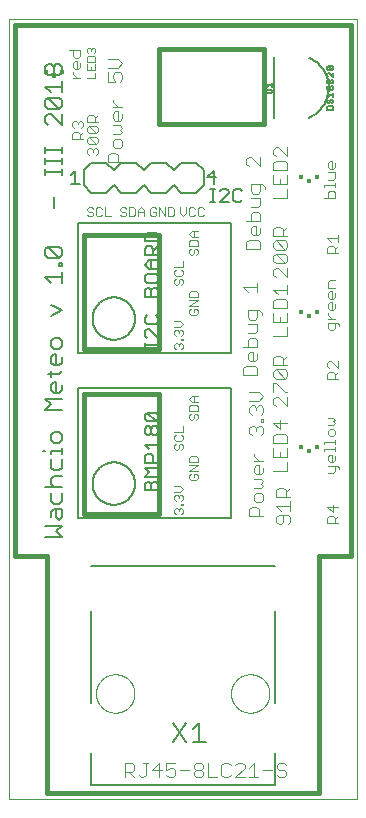
<source format=gto>
G75*
%MOIN*%
%OFA0B0*%
%FSLAX25Y25*%
%IPPOS*%
%LPD*%
%AMOC8*
5,1,8,0,0,1.08239X$1,22.5*
%
%ADD10C,0.00000*%
%ADD11C,0.01600*%
%ADD12C,0.00400*%
%ADD13C,0.00500*%
%ADD14C,0.00300*%
%ADD15C,0.00600*%
%ADD16C,0.00800*%
%ADD17C,0.00700*%
%ADD18R,0.01280X0.01673*%
%ADD19R,0.01378X0.01378*%
%ADD20C,0.00200*%
D10*
X0001000Y0001000D02*
X0117142Y0001000D01*
X0117142Y0260843D01*
X0001000Y0260843D01*
X0001000Y0001000D01*
X0030100Y0036000D02*
X0030102Y0036160D01*
X0030108Y0036319D01*
X0030118Y0036478D01*
X0030132Y0036637D01*
X0030150Y0036796D01*
X0030171Y0036954D01*
X0030197Y0037111D01*
X0030227Y0037268D01*
X0030260Y0037424D01*
X0030298Y0037579D01*
X0030339Y0037733D01*
X0030384Y0037886D01*
X0030433Y0038038D01*
X0030486Y0038189D01*
X0030542Y0038338D01*
X0030603Y0038486D01*
X0030666Y0038632D01*
X0030734Y0038777D01*
X0030805Y0038920D01*
X0030879Y0039061D01*
X0030957Y0039200D01*
X0031039Y0039337D01*
X0031124Y0039472D01*
X0031212Y0039605D01*
X0031304Y0039736D01*
X0031398Y0039864D01*
X0031496Y0039990D01*
X0031597Y0040114D01*
X0031701Y0040235D01*
X0031808Y0040353D01*
X0031918Y0040469D01*
X0032031Y0040582D01*
X0032147Y0040692D01*
X0032265Y0040799D01*
X0032386Y0040903D01*
X0032510Y0041004D01*
X0032636Y0041102D01*
X0032764Y0041196D01*
X0032895Y0041288D01*
X0033028Y0041376D01*
X0033163Y0041461D01*
X0033300Y0041543D01*
X0033439Y0041621D01*
X0033580Y0041695D01*
X0033723Y0041766D01*
X0033868Y0041834D01*
X0034014Y0041897D01*
X0034162Y0041958D01*
X0034311Y0042014D01*
X0034462Y0042067D01*
X0034614Y0042116D01*
X0034767Y0042161D01*
X0034921Y0042202D01*
X0035076Y0042240D01*
X0035232Y0042273D01*
X0035389Y0042303D01*
X0035546Y0042329D01*
X0035704Y0042350D01*
X0035863Y0042368D01*
X0036022Y0042382D01*
X0036181Y0042392D01*
X0036340Y0042398D01*
X0036500Y0042400D01*
X0036660Y0042398D01*
X0036819Y0042392D01*
X0036978Y0042382D01*
X0037137Y0042368D01*
X0037296Y0042350D01*
X0037454Y0042329D01*
X0037611Y0042303D01*
X0037768Y0042273D01*
X0037924Y0042240D01*
X0038079Y0042202D01*
X0038233Y0042161D01*
X0038386Y0042116D01*
X0038538Y0042067D01*
X0038689Y0042014D01*
X0038838Y0041958D01*
X0038986Y0041897D01*
X0039132Y0041834D01*
X0039277Y0041766D01*
X0039420Y0041695D01*
X0039561Y0041621D01*
X0039700Y0041543D01*
X0039837Y0041461D01*
X0039972Y0041376D01*
X0040105Y0041288D01*
X0040236Y0041196D01*
X0040364Y0041102D01*
X0040490Y0041004D01*
X0040614Y0040903D01*
X0040735Y0040799D01*
X0040853Y0040692D01*
X0040969Y0040582D01*
X0041082Y0040469D01*
X0041192Y0040353D01*
X0041299Y0040235D01*
X0041403Y0040114D01*
X0041504Y0039990D01*
X0041602Y0039864D01*
X0041696Y0039736D01*
X0041788Y0039605D01*
X0041876Y0039472D01*
X0041961Y0039337D01*
X0042043Y0039200D01*
X0042121Y0039061D01*
X0042195Y0038920D01*
X0042266Y0038777D01*
X0042334Y0038632D01*
X0042397Y0038486D01*
X0042458Y0038338D01*
X0042514Y0038189D01*
X0042567Y0038038D01*
X0042616Y0037886D01*
X0042661Y0037733D01*
X0042702Y0037579D01*
X0042740Y0037424D01*
X0042773Y0037268D01*
X0042803Y0037111D01*
X0042829Y0036954D01*
X0042850Y0036796D01*
X0042868Y0036637D01*
X0042882Y0036478D01*
X0042892Y0036319D01*
X0042898Y0036160D01*
X0042900Y0036000D01*
X0042898Y0035840D01*
X0042892Y0035681D01*
X0042882Y0035522D01*
X0042868Y0035363D01*
X0042850Y0035204D01*
X0042829Y0035046D01*
X0042803Y0034889D01*
X0042773Y0034732D01*
X0042740Y0034576D01*
X0042702Y0034421D01*
X0042661Y0034267D01*
X0042616Y0034114D01*
X0042567Y0033962D01*
X0042514Y0033811D01*
X0042458Y0033662D01*
X0042397Y0033514D01*
X0042334Y0033368D01*
X0042266Y0033223D01*
X0042195Y0033080D01*
X0042121Y0032939D01*
X0042043Y0032800D01*
X0041961Y0032663D01*
X0041876Y0032528D01*
X0041788Y0032395D01*
X0041696Y0032264D01*
X0041602Y0032136D01*
X0041504Y0032010D01*
X0041403Y0031886D01*
X0041299Y0031765D01*
X0041192Y0031647D01*
X0041082Y0031531D01*
X0040969Y0031418D01*
X0040853Y0031308D01*
X0040735Y0031201D01*
X0040614Y0031097D01*
X0040490Y0030996D01*
X0040364Y0030898D01*
X0040236Y0030804D01*
X0040105Y0030712D01*
X0039972Y0030624D01*
X0039837Y0030539D01*
X0039700Y0030457D01*
X0039561Y0030379D01*
X0039420Y0030305D01*
X0039277Y0030234D01*
X0039132Y0030166D01*
X0038986Y0030103D01*
X0038838Y0030042D01*
X0038689Y0029986D01*
X0038538Y0029933D01*
X0038386Y0029884D01*
X0038233Y0029839D01*
X0038079Y0029798D01*
X0037924Y0029760D01*
X0037768Y0029727D01*
X0037611Y0029697D01*
X0037454Y0029671D01*
X0037296Y0029650D01*
X0037137Y0029632D01*
X0036978Y0029618D01*
X0036819Y0029608D01*
X0036660Y0029602D01*
X0036500Y0029600D01*
X0036340Y0029602D01*
X0036181Y0029608D01*
X0036022Y0029618D01*
X0035863Y0029632D01*
X0035704Y0029650D01*
X0035546Y0029671D01*
X0035389Y0029697D01*
X0035232Y0029727D01*
X0035076Y0029760D01*
X0034921Y0029798D01*
X0034767Y0029839D01*
X0034614Y0029884D01*
X0034462Y0029933D01*
X0034311Y0029986D01*
X0034162Y0030042D01*
X0034014Y0030103D01*
X0033868Y0030166D01*
X0033723Y0030234D01*
X0033580Y0030305D01*
X0033439Y0030379D01*
X0033300Y0030457D01*
X0033163Y0030539D01*
X0033028Y0030624D01*
X0032895Y0030712D01*
X0032764Y0030804D01*
X0032636Y0030898D01*
X0032510Y0030996D01*
X0032386Y0031097D01*
X0032265Y0031201D01*
X0032147Y0031308D01*
X0032031Y0031418D01*
X0031918Y0031531D01*
X0031808Y0031647D01*
X0031701Y0031765D01*
X0031597Y0031886D01*
X0031496Y0032010D01*
X0031398Y0032136D01*
X0031304Y0032264D01*
X0031212Y0032395D01*
X0031124Y0032528D01*
X0031039Y0032663D01*
X0030957Y0032800D01*
X0030879Y0032939D01*
X0030805Y0033080D01*
X0030734Y0033223D01*
X0030666Y0033368D01*
X0030603Y0033514D01*
X0030542Y0033662D01*
X0030486Y0033811D01*
X0030433Y0033962D01*
X0030384Y0034114D01*
X0030339Y0034267D01*
X0030298Y0034421D01*
X0030260Y0034576D01*
X0030227Y0034732D01*
X0030197Y0034889D01*
X0030171Y0035046D01*
X0030150Y0035204D01*
X0030132Y0035363D01*
X0030118Y0035522D01*
X0030108Y0035681D01*
X0030102Y0035840D01*
X0030100Y0036000D01*
X0075100Y0036000D02*
X0075102Y0036160D01*
X0075108Y0036319D01*
X0075118Y0036478D01*
X0075132Y0036637D01*
X0075150Y0036796D01*
X0075171Y0036954D01*
X0075197Y0037111D01*
X0075227Y0037268D01*
X0075260Y0037424D01*
X0075298Y0037579D01*
X0075339Y0037733D01*
X0075384Y0037886D01*
X0075433Y0038038D01*
X0075486Y0038189D01*
X0075542Y0038338D01*
X0075603Y0038486D01*
X0075666Y0038632D01*
X0075734Y0038777D01*
X0075805Y0038920D01*
X0075879Y0039061D01*
X0075957Y0039200D01*
X0076039Y0039337D01*
X0076124Y0039472D01*
X0076212Y0039605D01*
X0076304Y0039736D01*
X0076398Y0039864D01*
X0076496Y0039990D01*
X0076597Y0040114D01*
X0076701Y0040235D01*
X0076808Y0040353D01*
X0076918Y0040469D01*
X0077031Y0040582D01*
X0077147Y0040692D01*
X0077265Y0040799D01*
X0077386Y0040903D01*
X0077510Y0041004D01*
X0077636Y0041102D01*
X0077764Y0041196D01*
X0077895Y0041288D01*
X0078028Y0041376D01*
X0078163Y0041461D01*
X0078300Y0041543D01*
X0078439Y0041621D01*
X0078580Y0041695D01*
X0078723Y0041766D01*
X0078868Y0041834D01*
X0079014Y0041897D01*
X0079162Y0041958D01*
X0079311Y0042014D01*
X0079462Y0042067D01*
X0079614Y0042116D01*
X0079767Y0042161D01*
X0079921Y0042202D01*
X0080076Y0042240D01*
X0080232Y0042273D01*
X0080389Y0042303D01*
X0080546Y0042329D01*
X0080704Y0042350D01*
X0080863Y0042368D01*
X0081022Y0042382D01*
X0081181Y0042392D01*
X0081340Y0042398D01*
X0081500Y0042400D01*
X0081660Y0042398D01*
X0081819Y0042392D01*
X0081978Y0042382D01*
X0082137Y0042368D01*
X0082296Y0042350D01*
X0082454Y0042329D01*
X0082611Y0042303D01*
X0082768Y0042273D01*
X0082924Y0042240D01*
X0083079Y0042202D01*
X0083233Y0042161D01*
X0083386Y0042116D01*
X0083538Y0042067D01*
X0083689Y0042014D01*
X0083838Y0041958D01*
X0083986Y0041897D01*
X0084132Y0041834D01*
X0084277Y0041766D01*
X0084420Y0041695D01*
X0084561Y0041621D01*
X0084700Y0041543D01*
X0084837Y0041461D01*
X0084972Y0041376D01*
X0085105Y0041288D01*
X0085236Y0041196D01*
X0085364Y0041102D01*
X0085490Y0041004D01*
X0085614Y0040903D01*
X0085735Y0040799D01*
X0085853Y0040692D01*
X0085969Y0040582D01*
X0086082Y0040469D01*
X0086192Y0040353D01*
X0086299Y0040235D01*
X0086403Y0040114D01*
X0086504Y0039990D01*
X0086602Y0039864D01*
X0086696Y0039736D01*
X0086788Y0039605D01*
X0086876Y0039472D01*
X0086961Y0039337D01*
X0087043Y0039200D01*
X0087121Y0039061D01*
X0087195Y0038920D01*
X0087266Y0038777D01*
X0087334Y0038632D01*
X0087397Y0038486D01*
X0087458Y0038338D01*
X0087514Y0038189D01*
X0087567Y0038038D01*
X0087616Y0037886D01*
X0087661Y0037733D01*
X0087702Y0037579D01*
X0087740Y0037424D01*
X0087773Y0037268D01*
X0087803Y0037111D01*
X0087829Y0036954D01*
X0087850Y0036796D01*
X0087868Y0036637D01*
X0087882Y0036478D01*
X0087892Y0036319D01*
X0087898Y0036160D01*
X0087900Y0036000D01*
X0087898Y0035840D01*
X0087892Y0035681D01*
X0087882Y0035522D01*
X0087868Y0035363D01*
X0087850Y0035204D01*
X0087829Y0035046D01*
X0087803Y0034889D01*
X0087773Y0034732D01*
X0087740Y0034576D01*
X0087702Y0034421D01*
X0087661Y0034267D01*
X0087616Y0034114D01*
X0087567Y0033962D01*
X0087514Y0033811D01*
X0087458Y0033662D01*
X0087397Y0033514D01*
X0087334Y0033368D01*
X0087266Y0033223D01*
X0087195Y0033080D01*
X0087121Y0032939D01*
X0087043Y0032800D01*
X0086961Y0032663D01*
X0086876Y0032528D01*
X0086788Y0032395D01*
X0086696Y0032264D01*
X0086602Y0032136D01*
X0086504Y0032010D01*
X0086403Y0031886D01*
X0086299Y0031765D01*
X0086192Y0031647D01*
X0086082Y0031531D01*
X0085969Y0031418D01*
X0085853Y0031308D01*
X0085735Y0031201D01*
X0085614Y0031097D01*
X0085490Y0030996D01*
X0085364Y0030898D01*
X0085236Y0030804D01*
X0085105Y0030712D01*
X0084972Y0030624D01*
X0084837Y0030539D01*
X0084700Y0030457D01*
X0084561Y0030379D01*
X0084420Y0030305D01*
X0084277Y0030234D01*
X0084132Y0030166D01*
X0083986Y0030103D01*
X0083838Y0030042D01*
X0083689Y0029986D01*
X0083538Y0029933D01*
X0083386Y0029884D01*
X0083233Y0029839D01*
X0083079Y0029798D01*
X0082924Y0029760D01*
X0082768Y0029727D01*
X0082611Y0029697D01*
X0082454Y0029671D01*
X0082296Y0029650D01*
X0082137Y0029632D01*
X0081978Y0029618D01*
X0081819Y0029608D01*
X0081660Y0029602D01*
X0081500Y0029600D01*
X0081340Y0029602D01*
X0081181Y0029608D01*
X0081022Y0029618D01*
X0080863Y0029632D01*
X0080704Y0029650D01*
X0080546Y0029671D01*
X0080389Y0029697D01*
X0080232Y0029727D01*
X0080076Y0029760D01*
X0079921Y0029798D01*
X0079767Y0029839D01*
X0079614Y0029884D01*
X0079462Y0029933D01*
X0079311Y0029986D01*
X0079162Y0030042D01*
X0079014Y0030103D01*
X0078868Y0030166D01*
X0078723Y0030234D01*
X0078580Y0030305D01*
X0078439Y0030379D01*
X0078300Y0030457D01*
X0078163Y0030539D01*
X0078028Y0030624D01*
X0077895Y0030712D01*
X0077764Y0030804D01*
X0077636Y0030898D01*
X0077510Y0030996D01*
X0077386Y0031097D01*
X0077265Y0031201D01*
X0077147Y0031308D01*
X0077031Y0031418D01*
X0076918Y0031531D01*
X0076808Y0031647D01*
X0076701Y0031765D01*
X0076597Y0031886D01*
X0076496Y0032010D01*
X0076398Y0032136D01*
X0076304Y0032264D01*
X0076212Y0032395D01*
X0076124Y0032528D01*
X0076039Y0032663D01*
X0075957Y0032800D01*
X0075879Y0032939D01*
X0075805Y0033080D01*
X0075734Y0033223D01*
X0075666Y0033368D01*
X0075603Y0033514D01*
X0075542Y0033662D01*
X0075486Y0033811D01*
X0075433Y0033962D01*
X0075384Y0034114D01*
X0075339Y0034267D01*
X0075298Y0034421D01*
X0075260Y0034576D01*
X0075227Y0034732D01*
X0075197Y0034889D01*
X0075171Y0035046D01*
X0075150Y0035204D01*
X0075132Y0035363D01*
X0075118Y0035522D01*
X0075108Y0035681D01*
X0075102Y0035840D01*
X0075100Y0036000D01*
D11*
X0051000Y0096000D02*
X0026000Y0096000D01*
X0026000Y0136000D01*
X0051000Y0136000D01*
X0051000Y0096000D01*
X0051000Y0151000D02*
X0026000Y0151000D01*
X0026000Y0189000D01*
X0051000Y0189000D01*
X0051000Y0151000D01*
X0051000Y0226000D02*
X0086000Y0226000D01*
X0086000Y0251000D01*
X0051000Y0251000D01*
X0051000Y0226000D01*
X0002969Y0258874D02*
X0002969Y0081709D01*
X0013780Y0081709D01*
X0013780Y0002969D01*
X0104362Y0002969D01*
X0104362Y0081709D01*
X0115173Y0081709D01*
X0115173Y0258874D01*
X0002969Y0258874D01*
D12*
X0034196Y0247665D02*
X0037265Y0247665D01*
X0038800Y0246131D01*
X0037265Y0244596D01*
X0034196Y0244596D01*
X0034196Y0243061D02*
X0034196Y0239992D01*
X0036498Y0239992D01*
X0035731Y0241527D01*
X0035731Y0242294D01*
X0036498Y0243061D01*
X0038033Y0243061D01*
X0038800Y0242294D01*
X0038800Y0240759D01*
X0038033Y0239992D01*
X0035731Y0233854D02*
X0035731Y0233086D01*
X0037265Y0231552D01*
X0035731Y0231552D02*
X0038800Y0231552D01*
X0037265Y0230017D02*
X0037265Y0226948D01*
X0036498Y0226948D02*
X0035731Y0227715D01*
X0035731Y0229250D01*
X0036498Y0230017D01*
X0037265Y0230017D01*
X0038800Y0229250D02*
X0038800Y0227715D01*
X0038033Y0226948D01*
X0036498Y0226948D01*
X0035731Y0225413D02*
X0038033Y0225413D01*
X0038800Y0224646D01*
X0038033Y0223878D01*
X0038800Y0223111D01*
X0038033Y0222344D01*
X0035731Y0222344D01*
X0036498Y0220809D02*
X0035731Y0220042D01*
X0035731Y0218507D01*
X0036498Y0217740D01*
X0038033Y0217740D01*
X0038800Y0218507D01*
X0038800Y0220042D01*
X0038033Y0220809D01*
X0036498Y0220809D01*
X0036498Y0216205D02*
X0034963Y0216205D01*
X0034196Y0215438D01*
X0034196Y0213136D01*
X0038800Y0213136D01*
X0037265Y0213136D02*
X0037265Y0215438D01*
X0036498Y0216205D01*
X0080196Y0214126D02*
X0080196Y0212591D01*
X0080963Y0211824D01*
X0080196Y0214126D02*
X0080963Y0214893D01*
X0081731Y0214893D01*
X0084800Y0211824D01*
X0084800Y0214893D01*
X0089196Y0215779D02*
X0089963Y0215012D01*
X0089196Y0215779D02*
X0089196Y0217314D01*
X0089963Y0218081D01*
X0090731Y0218081D01*
X0093800Y0215012D01*
X0093800Y0218081D01*
X0093033Y0213477D02*
X0089963Y0213477D01*
X0089196Y0212710D01*
X0089196Y0210408D01*
X0093800Y0210408D01*
X0093800Y0212710D01*
X0093033Y0213477D01*
X0093800Y0208873D02*
X0093800Y0205804D01*
X0089196Y0205804D01*
X0089196Y0208873D01*
X0091498Y0207339D02*
X0091498Y0205804D01*
X0093800Y0204269D02*
X0093800Y0201200D01*
X0089196Y0201200D01*
X0086335Y0204150D02*
X0086335Y0204918D01*
X0085567Y0205685D01*
X0081731Y0205685D01*
X0081731Y0203383D01*
X0082498Y0202616D01*
X0084033Y0202616D01*
X0084800Y0203383D01*
X0084800Y0205685D01*
X0084800Y0201081D02*
X0081731Y0201081D01*
X0081731Y0198012D02*
X0084033Y0198012D01*
X0084800Y0198779D01*
X0084800Y0201081D01*
X0084033Y0196477D02*
X0082498Y0196477D01*
X0081731Y0195710D01*
X0081731Y0193408D01*
X0082498Y0191873D02*
X0083265Y0191873D01*
X0083265Y0188804D01*
X0082498Y0188804D02*
X0081731Y0189571D01*
X0081731Y0191106D01*
X0082498Y0191873D01*
X0082498Y0188804D02*
X0084033Y0188804D01*
X0084800Y0189571D01*
X0084800Y0191106D01*
X0084800Y0193408D02*
X0084800Y0195710D01*
X0084033Y0196477D01*
X0084800Y0193408D02*
X0080196Y0193408D01*
X0080963Y0187269D02*
X0080196Y0186502D01*
X0080196Y0184200D01*
X0084800Y0184200D01*
X0084800Y0186502D01*
X0084033Y0187269D01*
X0080963Y0187269D01*
X0083800Y0172893D02*
X0083800Y0169824D01*
X0083800Y0171358D02*
X0079196Y0171358D01*
X0080731Y0169824D01*
X0080731Y0163685D02*
X0080731Y0161383D01*
X0081498Y0160616D01*
X0083033Y0160616D01*
X0083800Y0161383D01*
X0083800Y0163685D01*
X0084567Y0163685D02*
X0080731Y0163685D01*
X0080731Y0159081D02*
X0083800Y0159081D01*
X0083800Y0156779D01*
X0083033Y0156012D01*
X0080731Y0156012D01*
X0081498Y0154477D02*
X0080731Y0153710D01*
X0080731Y0151408D01*
X0079196Y0151408D02*
X0083800Y0151408D01*
X0083800Y0153710D01*
X0083033Y0154477D01*
X0081498Y0154477D01*
X0081498Y0149873D02*
X0082265Y0149873D01*
X0082265Y0146804D01*
X0081498Y0146804D02*
X0080731Y0147571D01*
X0080731Y0149106D01*
X0081498Y0149873D01*
X0081498Y0146804D02*
X0083033Y0146804D01*
X0083800Y0147571D01*
X0083800Y0149106D01*
X0083033Y0145269D02*
X0079963Y0145269D01*
X0079196Y0144502D01*
X0079196Y0142200D01*
X0083800Y0142200D01*
X0083800Y0144502D01*
X0083033Y0145269D01*
X0084265Y0136635D02*
X0081196Y0136635D01*
X0081196Y0133566D02*
X0084265Y0133566D01*
X0085800Y0135101D01*
X0084265Y0136635D01*
X0084265Y0132031D02*
X0083498Y0131264D01*
X0083498Y0130497D01*
X0083498Y0131264D02*
X0082731Y0132031D01*
X0081963Y0132031D01*
X0081196Y0131264D01*
X0081196Y0129729D01*
X0081963Y0128962D01*
X0085033Y0128962D02*
X0085800Y0129729D01*
X0085800Y0131264D01*
X0085033Y0132031D01*
X0084265Y0132031D01*
X0085033Y0127427D02*
X0085800Y0127427D01*
X0085800Y0126660D01*
X0085033Y0126660D01*
X0085033Y0127427D01*
X0085033Y0125126D02*
X0085800Y0124358D01*
X0085800Y0122824D01*
X0085033Y0122056D01*
X0083498Y0123591D02*
X0083498Y0124358D01*
X0084265Y0125126D01*
X0085033Y0125126D01*
X0083498Y0124358D02*
X0082731Y0125126D01*
X0081963Y0125126D01*
X0081196Y0124358D01*
X0081196Y0122824D01*
X0081963Y0122056D01*
X0082731Y0115918D02*
X0082731Y0115150D01*
X0084265Y0113616D01*
X0082731Y0113616D02*
X0085800Y0113616D01*
X0084265Y0112081D02*
X0084265Y0109012D01*
X0083498Y0109012D02*
X0085033Y0109012D01*
X0085800Y0109779D01*
X0085800Y0111314D01*
X0084265Y0112081D02*
X0083498Y0112081D01*
X0082731Y0111314D01*
X0082731Y0109779D01*
X0083498Y0109012D01*
X0082731Y0107477D02*
X0085033Y0107477D01*
X0085800Y0106710D01*
X0085033Y0105942D01*
X0085800Y0105175D01*
X0085033Y0104408D01*
X0082731Y0104408D01*
X0083498Y0102873D02*
X0082731Y0102106D01*
X0082731Y0100571D01*
X0083498Y0099804D01*
X0085033Y0099804D01*
X0085800Y0100571D01*
X0085800Y0102106D01*
X0085033Y0102873D01*
X0083498Y0102873D01*
X0083498Y0098269D02*
X0081963Y0098269D01*
X0081196Y0097502D01*
X0081196Y0095200D01*
X0085800Y0095200D01*
X0084265Y0095200D02*
X0084265Y0097502D01*
X0083498Y0098269D01*
X0089196Y0110200D02*
X0093800Y0110200D01*
X0093800Y0113269D01*
X0093800Y0114804D02*
X0093800Y0117873D01*
X0093800Y0119408D02*
X0093800Y0121710D01*
X0093033Y0122477D01*
X0089963Y0122477D01*
X0089196Y0121710D01*
X0089196Y0119408D01*
X0093800Y0119408D01*
X0091498Y0116339D02*
X0091498Y0114804D01*
X0089196Y0114804D02*
X0089196Y0117873D01*
X0089196Y0114804D02*
X0093800Y0114804D01*
X0091498Y0124012D02*
X0091498Y0127081D01*
X0089196Y0126314D02*
X0091498Y0124012D01*
X0093800Y0126314D02*
X0089196Y0126314D01*
X0089963Y0131784D02*
X0089196Y0132552D01*
X0089196Y0134086D01*
X0089963Y0134854D01*
X0090731Y0134854D01*
X0093800Y0131784D01*
X0093800Y0134854D01*
X0093800Y0136388D02*
X0093033Y0136388D01*
X0089963Y0139457D01*
X0089196Y0139457D01*
X0089196Y0136388D01*
X0089963Y0140992D02*
X0089196Y0141759D01*
X0089196Y0143294D01*
X0089963Y0144061D01*
X0093033Y0140992D01*
X0093800Y0141759D01*
X0093800Y0143294D01*
X0093033Y0144061D01*
X0089963Y0144061D01*
X0089196Y0145596D02*
X0089196Y0147898D01*
X0089963Y0148665D01*
X0091498Y0148665D01*
X0092265Y0147898D01*
X0092265Y0145596D01*
X0092265Y0147131D02*
X0093800Y0148665D01*
X0093800Y0145596D02*
X0089196Y0145596D01*
X0089963Y0140992D02*
X0093033Y0140992D01*
X0093800Y0155200D02*
X0089196Y0155200D01*
X0089196Y0159804D02*
X0093800Y0159804D01*
X0093800Y0162873D01*
X0093800Y0164408D02*
X0093800Y0166710D01*
X0093033Y0167477D01*
X0089963Y0167477D01*
X0089196Y0166710D01*
X0089196Y0164408D01*
X0093800Y0164408D01*
X0091498Y0161339D02*
X0091498Y0159804D01*
X0089196Y0159804D02*
X0089196Y0162873D01*
X0090731Y0169012D02*
X0089196Y0170546D01*
X0093800Y0170546D01*
X0093800Y0169012D02*
X0093800Y0172081D01*
X0093800Y0174784D02*
X0090731Y0177854D01*
X0089963Y0177854D01*
X0089196Y0177086D01*
X0089196Y0175552D01*
X0089963Y0174784D01*
X0089963Y0179388D02*
X0089196Y0180155D01*
X0089196Y0181690D01*
X0089963Y0182457D01*
X0093033Y0179388D01*
X0093800Y0180155D01*
X0093800Y0181690D01*
X0093033Y0182457D01*
X0089963Y0182457D01*
X0089963Y0183992D02*
X0089196Y0184759D01*
X0089196Y0186294D01*
X0089963Y0187061D01*
X0093033Y0183992D01*
X0093800Y0184759D01*
X0093800Y0186294D01*
X0093033Y0187061D01*
X0089963Y0187061D01*
X0089196Y0188596D02*
X0089196Y0190898D01*
X0089963Y0191665D01*
X0091498Y0191665D01*
X0092265Y0190898D01*
X0092265Y0188596D01*
X0092265Y0190131D02*
X0093800Y0191665D01*
X0093800Y0188596D02*
X0089196Y0188596D01*
X0089963Y0183992D02*
X0093033Y0183992D01*
X0093033Y0179388D02*
X0089963Y0179388D01*
X0093800Y0177854D02*
X0093800Y0174784D01*
X0093800Y0158269D02*
X0093800Y0155200D01*
X0085335Y0162150D02*
X0085335Y0162918D01*
X0084567Y0163685D01*
X0090963Y0104665D02*
X0092498Y0104665D01*
X0093265Y0103898D01*
X0093265Y0101596D01*
X0093265Y0103131D02*
X0094800Y0104665D01*
X0094800Y0101596D02*
X0090196Y0101596D01*
X0090196Y0103898D01*
X0090963Y0104665D01*
X0090196Y0098527D02*
X0094800Y0098527D01*
X0094800Y0100061D02*
X0094800Y0096992D01*
X0094033Y0095457D02*
X0090963Y0095457D01*
X0090196Y0094690D01*
X0090196Y0093156D01*
X0090963Y0092388D01*
X0091731Y0092388D01*
X0092498Y0093156D01*
X0092498Y0095457D01*
X0094033Y0095457D02*
X0094800Y0094690D01*
X0094800Y0093156D01*
X0094033Y0092388D01*
X0091731Y0096992D02*
X0090196Y0098527D01*
X0091110Y0012804D02*
X0090343Y0012037D01*
X0090343Y0011269D01*
X0091110Y0010502D01*
X0092645Y0010502D01*
X0093412Y0009735D01*
X0093412Y0008967D01*
X0092645Y0008200D01*
X0091110Y0008200D01*
X0090343Y0008967D01*
X0088809Y0010502D02*
X0085739Y0010502D01*
X0084205Y0008200D02*
X0081135Y0008200D01*
X0079601Y0008200D02*
X0076531Y0008200D01*
X0079601Y0011269D01*
X0079601Y0012037D01*
X0078833Y0012804D01*
X0077299Y0012804D01*
X0076531Y0012037D01*
X0074997Y0012037D02*
X0074229Y0012804D01*
X0072695Y0012804D01*
X0071927Y0012037D01*
X0071927Y0008967D01*
X0072695Y0008200D01*
X0074229Y0008200D01*
X0074997Y0008967D01*
X0070393Y0008200D02*
X0067324Y0008200D01*
X0067324Y0012804D01*
X0065789Y0012037D02*
X0065789Y0011269D01*
X0065022Y0010502D01*
X0063487Y0010502D01*
X0062720Y0011269D01*
X0062720Y0012037D01*
X0063487Y0012804D01*
X0065022Y0012804D01*
X0065789Y0012037D01*
X0065022Y0010502D02*
X0065789Y0009735D01*
X0065789Y0008967D01*
X0065022Y0008200D01*
X0063487Y0008200D01*
X0062720Y0008967D01*
X0062720Y0009735D01*
X0063487Y0010502D01*
X0061185Y0010502D02*
X0058116Y0010502D01*
X0056581Y0010502D02*
X0056581Y0008967D01*
X0055814Y0008200D01*
X0054279Y0008200D01*
X0053512Y0008967D01*
X0053512Y0010502D02*
X0055046Y0011269D01*
X0055814Y0011269D01*
X0056581Y0010502D01*
X0056581Y0012804D02*
X0053512Y0012804D01*
X0053512Y0010502D01*
X0051977Y0010502D02*
X0048908Y0010502D01*
X0051210Y0012804D01*
X0051210Y0008200D01*
X0047373Y0012804D02*
X0045839Y0012804D01*
X0046606Y0012804D02*
X0046606Y0008967D01*
X0045839Y0008200D01*
X0045071Y0008200D01*
X0044304Y0008967D01*
X0042769Y0008200D02*
X0041235Y0009735D01*
X0042002Y0009735D02*
X0039700Y0009735D01*
X0039700Y0008200D02*
X0039700Y0012804D01*
X0042002Y0012804D01*
X0042769Y0012037D01*
X0042769Y0010502D01*
X0042002Y0009735D01*
X0081135Y0011269D02*
X0082670Y0012804D01*
X0082670Y0008200D01*
X0091110Y0012804D02*
X0092645Y0012804D01*
X0093412Y0012037D01*
D13*
X0075213Y0094661D02*
X0024031Y0094661D01*
X0024031Y0137969D01*
X0075213Y0137969D01*
X0075213Y0094661D01*
X0075213Y0149661D02*
X0024031Y0149661D01*
X0024031Y0192969D01*
X0075213Y0192969D01*
X0075213Y0149661D01*
X0074322Y0199750D02*
X0071319Y0199750D01*
X0074322Y0202753D01*
X0074322Y0203503D01*
X0073571Y0204254D01*
X0072070Y0204254D01*
X0071319Y0203503D01*
X0069751Y0204254D02*
X0068250Y0204254D01*
X0069001Y0204254D02*
X0069001Y0199750D01*
X0069751Y0199750D02*
X0068250Y0199750D01*
X0069502Y0205750D02*
X0069502Y0210254D01*
X0067250Y0208002D01*
X0070253Y0208002D01*
X0075923Y0203503D02*
X0075923Y0200501D01*
X0076674Y0199750D01*
X0078175Y0199750D01*
X0078926Y0200501D01*
X0078926Y0203503D02*
X0078175Y0204254D01*
X0076674Y0204254D01*
X0075923Y0203503D01*
X0086848Y0236040D02*
X0088433Y0236040D01*
X0088750Y0236357D01*
X0088750Y0236991D01*
X0088433Y0237308D01*
X0086848Y0237308D01*
X0087482Y0238250D02*
X0086848Y0238884D01*
X0088750Y0238884D01*
X0088750Y0238250D02*
X0088750Y0239518D01*
X0107248Y0239355D02*
X0107248Y0240306D01*
X0107565Y0240623D01*
X0107882Y0240623D01*
X0108199Y0240306D01*
X0108199Y0239355D01*
X0109150Y0239355D02*
X0107248Y0239355D01*
X0107565Y0238413D02*
X0107248Y0238096D01*
X0107248Y0237462D01*
X0107565Y0237145D01*
X0107882Y0237145D01*
X0108199Y0237462D01*
X0108199Y0238096D01*
X0108516Y0238413D01*
X0108833Y0238413D01*
X0109150Y0238096D01*
X0109150Y0237462D01*
X0108833Y0237145D01*
X0108516Y0237145D01*
X0108199Y0237462D01*
X0108199Y0238096D02*
X0107882Y0238413D01*
X0107565Y0238413D01*
X0109150Y0239355D02*
X0109150Y0240306D01*
X0108833Y0240623D01*
X0108516Y0240623D01*
X0108199Y0240306D01*
X0107565Y0241565D02*
X0107248Y0241882D01*
X0107248Y0242516D01*
X0107565Y0242833D01*
X0107882Y0242833D01*
X0109150Y0241565D01*
X0109150Y0242833D01*
X0108833Y0243775D02*
X0107565Y0245042D01*
X0108833Y0245042D01*
X0109150Y0244725D01*
X0109150Y0244092D01*
X0108833Y0243775D01*
X0107565Y0243775D01*
X0107248Y0244092D01*
X0107248Y0244725D01*
X0107565Y0245042D01*
X0109150Y0236203D02*
X0109150Y0234935D01*
X0109150Y0235569D02*
X0107248Y0235569D01*
X0107882Y0234935D01*
X0107565Y0233993D02*
X0107248Y0233676D01*
X0107248Y0233042D01*
X0107565Y0232725D01*
X0107882Y0232725D01*
X0108199Y0233042D01*
X0108199Y0233676D01*
X0108516Y0233993D01*
X0108833Y0233993D01*
X0109150Y0233676D01*
X0109150Y0233042D01*
X0108833Y0232725D01*
X0108833Y0231783D02*
X0107565Y0231783D01*
X0107248Y0231466D01*
X0107248Y0230515D01*
X0109150Y0230515D01*
X0109150Y0231466D01*
X0108833Y0231783D01*
X0028929Y0161000D02*
X0028931Y0161174D01*
X0028938Y0161347D01*
X0028948Y0161520D01*
X0028963Y0161693D01*
X0028982Y0161866D01*
X0029006Y0162038D01*
X0029033Y0162209D01*
X0029065Y0162379D01*
X0029101Y0162549D01*
X0029141Y0162718D01*
X0029185Y0162886D01*
X0029233Y0163053D01*
X0029286Y0163218D01*
X0029342Y0163382D01*
X0029403Y0163545D01*
X0029467Y0163706D01*
X0029536Y0163865D01*
X0029608Y0164023D01*
X0029684Y0164179D01*
X0029764Y0164333D01*
X0029848Y0164485D01*
X0029935Y0164635D01*
X0030026Y0164783D01*
X0030121Y0164928D01*
X0030219Y0165072D01*
X0030321Y0165212D01*
X0030426Y0165350D01*
X0030534Y0165486D01*
X0030646Y0165619D01*
X0030761Y0165749D01*
X0030879Y0165876D01*
X0031000Y0166000D01*
X0031124Y0166121D01*
X0031251Y0166239D01*
X0031381Y0166354D01*
X0031514Y0166466D01*
X0031650Y0166574D01*
X0031788Y0166679D01*
X0031928Y0166781D01*
X0032072Y0166879D01*
X0032217Y0166974D01*
X0032365Y0167065D01*
X0032515Y0167152D01*
X0032667Y0167236D01*
X0032821Y0167316D01*
X0032977Y0167392D01*
X0033135Y0167464D01*
X0033294Y0167533D01*
X0033455Y0167597D01*
X0033618Y0167658D01*
X0033782Y0167714D01*
X0033947Y0167767D01*
X0034114Y0167815D01*
X0034282Y0167859D01*
X0034451Y0167899D01*
X0034621Y0167935D01*
X0034791Y0167967D01*
X0034962Y0167994D01*
X0035134Y0168018D01*
X0035307Y0168037D01*
X0035480Y0168052D01*
X0035653Y0168062D01*
X0035826Y0168069D01*
X0036000Y0168071D01*
X0036174Y0168069D01*
X0036347Y0168062D01*
X0036520Y0168052D01*
X0036693Y0168037D01*
X0036866Y0168018D01*
X0037038Y0167994D01*
X0037209Y0167967D01*
X0037379Y0167935D01*
X0037549Y0167899D01*
X0037718Y0167859D01*
X0037886Y0167815D01*
X0038053Y0167767D01*
X0038218Y0167714D01*
X0038382Y0167658D01*
X0038545Y0167597D01*
X0038706Y0167533D01*
X0038865Y0167464D01*
X0039023Y0167392D01*
X0039179Y0167316D01*
X0039333Y0167236D01*
X0039485Y0167152D01*
X0039635Y0167065D01*
X0039783Y0166974D01*
X0039928Y0166879D01*
X0040072Y0166781D01*
X0040212Y0166679D01*
X0040350Y0166574D01*
X0040486Y0166466D01*
X0040619Y0166354D01*
X0040749Y0166239D01*
X0040876Y0166121D01*
X0041000Y0166000D01*
X0041121Y0165876D01*
X0041239Y0165749D01*
X0041354Y0165619D01*
X0041466Y0165486D01*
X0041574Y0165350D01*
X0041679Y0165212D01*
X0041781Y0165072D01*
X0041879Y0164928D01*
X0041974Y0164783D01*
X0042065Y0164635D01*
X0042152Y0164485D01*
X0042236Y0164333D01*
X0042316Y0164179D01*
X0042392Y0164023D01*
X0042464Y0163865D01*
X0042533Y0163706D01*
X0042597Y0163545D01*
X0042658Y0163382D01*
X0042714Y0163218D01*
X0042767Y0163053D01*
X0042815Y0162886D01*
X0042859Y0162718D01*
X0042899Y0162549D01*
X0042935Y0162379D01*
X0042967Y0162209D01*
X0042994Y0162038D01*
X0043018Y0161866D01*
X0043037Y0161693D01*
X0043052Y0161520D01*
X0043062Y0161347D01*
X0043069Y0161174D01*
X0043071Y0161000D01*
X0043069Y0160826D01*
X0043062Y0160653D01*
X0043052Y0160480D01*
X0043037Y0160307D01*
X0043018Y0160134D01*
X0042994Y0159962D01*
X0042967Y0159791D01*
X0042935Y0159621D01*
X0042899Y0159451D01*
X0042859Y0159282D01*
X0042815Y0159114D01*
X0042767Y0158947D01*
X0042714Y0158782D01*
X0042658Y0158618D01*
X0042597Y0158455D01*
X0042533Y0158294D01*
X0042464Y0158135D01*
X0042392Y0157977D01*
X0042316Y0157821D01*
X0042236Y0157667D01*
X0042152Y0157515D01*
X0042065Y0157365D01*
X0041974Y0157217D01*
X0041879Y0157072D01*
X0041781Y0156928D01*
X0041679Y0156788D01*
X0041574Y0156650D01*
X0041466Y0156514D01*
X0041354Y0156381D01*
X0041239Y0156251D01*
X0041121Y0156124D01*
X0041000Y0156000D01*
X0040876Y0155879D01*
X0040749Y0155761D01*
X0040619Y0155646D01*
X0040486Y0155534D01*
X0040350Y0155426D01*
X0040212Y0155321D01*
X0040072Y0155219D01*
X0039928Y0155121D01*
X0039783Y0155026D01*
X0039635Y0154935D01*
X0039485Y0154848D01*
X0039333Y0154764D01*
X0039179Y0154684D01*
X0039023Y0154608D01*
X0038865Y0154536D01*
X0038706Y0154467D01*
X0038545Y0154403D01*
X0038382Y0154342D01*
X0038218Y0154286D01*
X0038053Y0154233D01*
X0037886Y0154185D01*
X0037718Y0154141D01*
X0037549Y0154101D01*
X0037379Y0154065D01*
X0037209Y0154033D01*
X0037038Y0154006D01*
X0036866Y0153982D01*
X0036693Y0153963D01*
X0036520Y0153948D01*
X0036347Y0153938D01*
X0036174Y0153931D01*
X0036000Y0153929D01*
X0035826Y0153931D01*
X0035653Y0153938D01*
X0035480Y0153948D01*
X0035307Y0153963D01*
X0035134Y0153982D01*
X0034962Y0154006D01*
X0034791Y0154033D01*
X0034621Y0154065D01*
X0034451Y0154101D01*
X0034282Y0154141D01*
X0034114Y0154185D01*
X0033947Y0154233D01*
X0033782Y0154286D01*
X0033618Y0154342D01*
X0033455Y0154403D01*
X0033294Y0154467D01*
X0033135Y0154536D01*
X0032977Y0154608D01*
X0032821Y0154684D01*
X0032667Y0154764D01*
X0032515Y0154848D01*
X0032365Y0154935D01*
X0032217Y0155026D01*
X0032072Y0155121D01*
X0031928Y0155219D01*
X0031788Y0155321D01*
X0031650Y0155426D01*
X0031514Y0155534D01*
X0031381Y0155646D01*
X0031251Y0155761D01*
X0031124Y0155879D01*
X0031000Y0156000D01*
X0030879Y0156124D01*
X0030761Y0156251D01*
X0030646Y0156381D01*
X0030534Y0156514D01*
X0030426Y0156650D01*
X0030321Y0156788D01*
X0030219Y0156928D01*
X0030121Y0157072D01*
X0030026Y0157217D01*
X0029935Y0157365D01*
X0029848Y0157515D01*
X0029764Y0157667D01*
X0029684Y0157821D01*
X0029608Y0157977D01*
X0029536Y0158135D01*
X0029467Y0158294D01*
X0029403Y0158455D01*
X0029342Y0158618D01*
X0029286Y0158782D01*
X0029233Y0158947D01*
X0029185Y0159114D01*
X0029141Y0159282D01*
X0029101Y0159451D01*
X0029065Y0159621D01*
X0029033Y0159791D01*
X0029006Y0159962D01*
X0028982Y0160134D01*
X0028963Y0160307D01*
X0028948Y0160480D01*
X0028938Y0160653D01*
X0028931Y0160826D01*
X0028929Y0161000D01*
X0018750Y0163748D02*
X0015080Y0165583D01*
X0015080Y0161913D02*
X0018750Y0163748D01*
X0017833Y0154533D02*
X0015998Y0154533D01*
X0015080Y0153616D01*
X0015080Y0151781D01*
X0015998Y0150863D01*
X0017833Y0150863D01*
X0018750Y0151781D01*
X0018750Y0153616D01*
X0017833Y0154533D01*
X0016915Y0149009D02*
X0015998Y0149009D01*
X0015080Y0148091D01*
X0015080Y0146256D01*
X0015998Y0145339D01*
X0017833Y0145339D01*
X0018750Y0146256D01*
X0018750Y0148091D01*
X0016915Y0149009D02*
X0016915Y0145339D01*
X0018750Y0143490D02*
X0017833Y0142573D01*
X0014163Y0142573D01*
X0015080Y0141656D02*
X0015080Y0143490D01*
X0015998Y0139801D02*
X0015080Y0138883D01*
X0015080Y0137048D01*
X0015998Y0136131D01*
X0017833Y0136131D01*
X0018750Y0137048D01*
X0018750Y0138883D01*
X0016915Y0139801D02*
X0016915Y0136131D01*
X0018750Y0134276D02*
X0013245Y0134276D01*
X0015080Y0132441D01*
X0013245Y0130606D01*
X0018750Y0130606D01*
X0017833Y0123227D02*
X0015998Y0123227D01*
X0015080Y0122309D01*
X0015080Y0120474D01*
X0015998Y0119557D01*
X0017833Y0119557D01*
X0018750Y0120474D01*
X0018750Y0122309D01*
X0017833Y0123227D01*
X0018750Y0117708D02*
X0018750Y0115874D01*
X0018750Y0116791D02*
X0015080Y0116791D01*
X0015080Y0115874D01*
X0015080Y0114019D02*
X0015080Y0111266D01*
X0015998Y0110349D01*
X0017833Y0110349D01*
X0018750Y0111266D01*
X0018750Y0114019D01*
X0018750Y0108494D02*
X0015998Y0108494D01*
X0015080Y0107577D01*
X0015080Y0105742D01*
X0015998Y0104824D01*
X0015080Y0102969D02*
X0015080Y0100217D01*
X0015998Y0099299D01*
X0017833Y0099299D01*
X0018750Y0100217D01*
X0018750Y0102969D01*
X0018750Y0104824D02*
X0013245Y0104824D01*
X0015998Y0097445D02*
X0018750Y0097445D01*
X0018750Y0094692D01*
X0017833Y0093775D01*
X0016915Y0094692D01*
X0016915Y0097445D01*
X0015998Y0097445D02*
X0015080Y0096527D01*
X0015080Y0094692D01*
X0013245Y0091920D02*
X0018750Y0091920D01*
X0016915Y0090085D01*
X0018750Y0088250D01*
X0013245Y0088250D01*
X0013245Y0116791D02*
X0012328Y0116791D01*
X0015998Y0139801D02*
X0016915Y0139801D01*
X0015080Y0172962D02*
X0013245Y0174797D01*
X0018750Y0174797D01*
X0018750Y0172962D02*
X0018750Y0176632D01*
X0018750Y0178487D02*
X0018750Y0179404D01*
X0017833Y0179404D01*
X0017833Y0178487D01*
X0018750Y0178487D01*
X0017833Y0181249D02*
X0014163Y0184919D01*
X0017833Y0184919D01*
X0018750Y0184002D01*
X0018750Y0182167D01*
X0017833Y0181249D01*
X0014163Y0181249D01*
X0013245Y0182167D01*
X0013245Y0184002D01*
X0014163Y0184919D01*
X0015998Y0197824D02*
X0015998Y0201493D01*
X0018750Y0208873D02*
X0018750Y0210708D01*
X0018750Y0209790D02*
X0013245Y0209790D01*
X0013245Y0208873D02*
X0013245Y0210708D01*
X0013245Y0212556D02*
X0013245Y0214391D01*
X0013245Y0213474D02*
X0018750Y0213474D01*
X0018750Y0214391D02*
X0018750Y0212556D01*
X0018750Y0216239D02*
X0018750Y0218074D01*
X0018750Y0217157D02*
X0013245Y0217157D01*
X0013245Y0218074D02*
X0013245Y0216239D01*
X0014163Y0225447D02*
X0013245Y0226365D01*
X0013245Y0228199D01*
X0014163Y0229117D01*
X0015080Y0229117D01*
X0018750Y0225447D01*
X0018750Y0229117D01*
X0017833Y0230972D02*
X0014163Y0234642D01*
X0017833Y0234642D01*
X0018750Y0233724D01*
X0018750Y0231889D01*
X0017833Y0230972D01*
X0014163Y0230972D01*
X0013245Y0231889D01*
X0013245Y0233724D01*
X0014163Y0234642D01*
X0015080Y0236497D02*
X0013245Y0238331D01*
X0018750Y0238331D01*
X0018750Y0236497D02*
X0018750Y0240166D01*
X0017833Y0242021D02*
X0016915Y0242021D01*
X0015998Y0242939D01*
X0015998Y0244774D01*
X0016915Y0245691D01*
X0017833Y0245691D01*
X0018750Y0244774D01*
X0018750Y0242939D01*
X0017833Y0242021D01*
X0015998Y0242939D02*
X0015080Y0242021D01*
X0014163Y0242021D01*
X0013245Y0242939D01*
X0013245Y0244774D01*
X0014163Y0245691D01*
X0015080Y0245691D01*
X0015998Y0244774D01*
X0023251Y0210254D02*
X0023251Y0205750D01*
X0021750Y0205750D02*
X0024753Y0205750D01*
X0021750Y0208753D02*
X0023251Y0210254D01*
X0028929Y0106000D02*
X0028931Y0106174D01*
X0028938Y0106347D01*
X0028948Y0106520D01*
X0028963Y0106693D01*
X0028982Y0106866D01*
X0029006Y0107038D01*
X0029033Y0107209D01*
X0029065Y0107379D01*
X0029101Y0107549D01*
X0029141Y0107718D01*
X0029185Y0107886D01*
X0029233Y0108053D01*
X0029286Y0108218D01*
X0029342Y0108382D01*
X0029403Y0108545D01*
X0029467Y0108706D01*
X0029536Y0108865D01*
X0029608Y0109023D01*
X0029684Y0109179D01*
X0029764Y0109333D01*
X0029848Y0109485D01*
X0029935Y0109635D01*
X0030026Y0109783D01*
X0030121Y0109928D01*
X0030219Y0110072D01*
X0030321Y0110212D01*
X0030426Y0110350D01*
X0030534Y0110486D01*
X0030646Y0110619D01*
X0030761Y0110749D01*
X0030879Y0110876D01*
X0031000Y0111000D01*
X0031124Y0111121D01*
X0031251Y0111239D01*
X0031381Y0111354D01*
X0031514Y0111466D01*
X0031650Y0111574D01*
X0031788Y0111679D01*
X0031928Y0111781D01*
X0032072Y0111879D01*
X0032217Y0111974D01*
X0032365Y0112065D01*
X0032515Y0112152D01*
X0032667Y0112236D01*
X0032821Y0112316D01*
X0032977Y0112392D01*
X0033135Y0112464D01*
X0033294Y0112533D01*
X0033455Y0112597D01*
X0033618Y0112658D01*
X0033782Y0112714D01*
X0033947Y0112767D01*
X0034114Y0112815D01*
X0034282Y0112859D01*
X0034451Y0112899D01*
X0034621Y0112935D01*
X0034791Y0112967D01*
X0034962Y0112994D01*
X0035134Y0113018D01*
X0035307Y0113037D01*
X0035480Y0113052D01*
X0035653Y0113062D01*
X0035826Y0113069D01*
X0036000Y0113071D01*
X0036174Y0113069D01*
X0036347Y0113062D01*
X0036520Y0113052D01*
X0036693Y0113037D01*
X0036866Y0113018D01*
X0037038Y0112994D01*
X0037209Y0112967D01*
X0037379Y0112935D01*
X0037549Y0112899D01*
X0037718Y0112859D01*
X0037886Y0112815D01*
X0038053Y0112767D01*
X0038218Y0112714D01*
X0038382Y0112658D01*
X0038545Y0112597D01*
X0038706Y0112533D01*
X0038865Y0112464D01*
X0039023Y0112392D01*
X0039179Y0112316D01*
X0039333Y0112236D01*
X0039485Y0112152D01*
X0039635Y0112065D01*
X0039783Y0111974D01*
X0039928Y0111879D01*
X0040072Y0111781D01*
X0040212Y0111679D01*
X0040350Y0111574D01*
X0040486Y0111466D01*
X0040619Y0111354D01*
X0040749Y0111239D01*
X0040876Y0111121D01*
X0041000Y0111000D01*
X0041121Y0110876D01*
X0041239Y0110749D01*
X0041354Y0110619D01*
X0041466Y0110486D01*
X0041574Y0110350D01*
X0041679Y0110212D01*
X0041781Y0110072D01*
X0041879Y0109928D01*
X0041974Y0109783D01*
X0042065Y0109635D01*
X0042152Y0109485D01*
X0042236Y0109333D01*
X0042316Y0109179D01*
X0042392Y0109023D01*
X0042464Y0108865D01*
X0042533Y0108706D01*
X0042597Y0108545D01*
X0042658Y0108382D01*
X0042714Y0108218D01*
X0042767Y0108053D01*
X0042815Y0107886D01*
X0042859Y0107718D01*
X0042899Y0107549D01*
X0042935Y0107379D01*
X0042967Y0107209D01*
X0042994Y0107038D01*
X0043018Y0106866D01*
X0043037Y0106693D01*
X0043052Y0106520D01*
X0043062Y0106347D01*
X0043069Y0106174D01*
X0043071Y0106000D01*
X0043069Y0105826D01*
X0043062Y0105653D01*
X0043052Y0105480D01*
X0043037Y0105307D01*
X0043018Y0105134D01*
X0042994Y0104962D01*
X0042967Y0104791D01*
X0042935Y0104621D01*
X0042899Y0104451D01*
X0042859Y0104282D01*
X0042815Y0104114D01*
X0042767Y0103947D01*
X0042714Y0103782D01*
X0042658Y0103618D01*
X0042597Y0103455D01*
X0042533Y0103294D01*
X0042464Y0103135D01*
X0042392Y0102977D01*
X0042316Y0102821D01*
X0042236Y0102667D01*
X0042152Y0102515D01*
X0042065Y0102365D01*
X0041974Y0102217D01*
X0041879Y0102072D01*
X0041781Y0101928D01*
X0041679Y0101788D01*
X0041574Y0101650D01*
X0041466Y0101514D01*
X0041354Y0101381D01*
X0041239Y0101251D01*
X0041121Y0101124D01*
X0041000Y0101000D01*
X0040876Y0100879D01*
X0040749Y0100761D01*
X0040619Y0100646D01*
X0040486Y0100534D01*
X0040350Y0100426D01*
X0040212Y0100321D01*
X0040072Y0100219D01*
X0039928Y0100121D01*
X0039783Y0100026D01*
X0039635Y0099935D01*
X0039485Y0099848D01*
X0039333Y0099764D01*
X0039179Y0099684D01*
X0039023Y0099608D01*
X0038865Y0099536D01*
X0038706Y0099467D01*
X0038545Y0099403D01*
X0038382Y0099342D01*
X0038218Y0099286D01*
X0038053Y0099233D01*
X0037886Y0099185D01*
X0037718Y0099141D01*
X0037549Y0099101D01*
X0037379Y0099065D01*
X0037209Y0099033D01*
X0037038Y0099006D01*
X0036866Y0098982D01*
X0036693Y0098963D01*
X0036520Y0098948D01*
X0036347Y0098938D01*
X0036174Y0098931D01*
X0036000Y0098929D01*
X0035826Y0098931D01*
X0035653Y0098938D01*
X0035480Y0098948D01*
X0035307Y0098963D01*
X0035134Y0098982D01*
X0034962Y0099006D01*
X0034791Y0099033D01*
X0034621Y0099065D01*
X0034451Y0099101D01*
X0034282Y0099141D01*
X0034114Y0099185D01*
X0033947Y0099233D01*
X0033782Y0099286D01*
X0033618Y0099342D01*
X0033455Y0099403D01*
X0033294Y0099467D01*
X0033135Y0099536D01*
X0032977Y0099608D01*
X0032821Y0099684D01*
X0032667Y0099764D01*
X0032515Y0099848D01*
X0032365Y0099935D01*
X0032217Y0100026D01*
X0032072Y0100121D01*
X0031928Y0100219D01*
X0031788Y0100321D01*
X0031650Y0100426D01*
X0031514Y0100534D01*
X0031381Y0100646D01*
X0031251Y0100761D01*
X0031124Y0100879D01*
X0031000Y0101000D01*
X0030879Y0101124D01*
X0030761Y0101251D01*
X0030646Y0101381D01*
X0030534Y0101514D01*
X0030426Y0101650D01*
X0030321Y0101788D01*
X0030219Y0101928D01*
X0030121Y0102072D01*
X0030026Y0102217D01*
X0029935Y0102365D01*
X0029848Y0102515D01*
X0029764Y0102667D01*
X0029684Y0102821D01*
X0029608Y0102977D01*
X0029536Y0103135D01*
X0029467Y0103294D01*
X0029403Y0103455D01*
X0029342Y0103618D01*
X0029286Y0103782D01*
X0029233Y0103947D01*
X0029185Y0104114D01*
X0029141Y0104282D01*
X0029101Y0104451D01*
X0029065Y0104621D01*
X0029033Y0104791D01*
X0029006Y0104962D01*
X0028982Y0105134D01*
X0028963Y0105307D01*
X0028948Y0105480D01*
X0028938Y0105653D01*
X0028931Y0105826D01*
X0028929Y0106000D01*
D14*
X0056148Y0105138D02*
X0058083Y0105138D01*
X0059050Y0104171D01*
X0058083Y0103203D01*
X0056148Y0103203D01*
X0056631Y0102192D02*
X0057115Y0102192D01*
X0057599Y0101708D01*
X0058083Y0102192D01*
X0058566Y0102192D01*
X0059050Y0101708D01*
X0059050Y0100741D01*
X0058566Y0100257D01*
X0058566Y0099267D02*
X0059050Y0099267D01*
X0059050Y0098784D01*
X0058566Y0098784D01*
X0058566Y0099267D01*
X0058566Y0097772D02*
X0059050Y0097288D01*
X0059050Y0096321D01*
X0058566Y0095837D01*
X0057599Y0096805D02*
X0057599Y0097288D01*
X0058083Y0097772D01*
X0058566Y0097772D01*
X0057599Y0097288D02*
X0057115Y0097772D01*
X0056631Y0097772D01*
X0056148Y0097288D01*
X0056148Y0096321D01*
X0056631Y0095837D01*
X0056631Y0100257D02*
X0056148Y0100741D01*
X0056148Y0101708D01*
X0056631Y0102192D01*
X0057599Y0101708D02*
X0057599Y0101224D01*
X0061631Y0107310D02*
X0061148Y0107794D01*
X0061148Y0108762D01*
X0061631Y0109245D01*
X0062599Y0109245D02*
X0062599Y0108278D01*
X0062599Y0109245D02*
X0063566Y0109245D01*
X0064050Y0108762D01*
X0064050Y0107794D01*
X0063566Y0107310D01*
X0061631Y0107310D01*
X0061148Y0110257D02*
X0064050Y0112192D01*
X0061148Y0112192D01*
X0061148Y0113203D02*
X0061148Y0114655D01*
X0061631Y0115138D01*
X0063566Y0115138D01*
X0064050Y0114655D01*
X0064050Y0113203D01*
X0061148Y0113203D01*
X0061148Y0110257D02*
X0064050Y0110257D01*
X0058566Y0117310D02*
X0059050Y0117794D01*
X0059050Y0118762D01*
X0058566Y0119245D01*
X0058083Y0119245D01*
X0057599Y0118762D01*
X0057599Y0117794D01*
X0057115Y0117310D01*
X0056631Y0117310D01*
X0056148Y0117794D01*
X0056148Y0118762D01*
X0056631Y0119245D01*
X0056631Y0120257D02*
X0058566Y0120257D01*
X0059050Y0120741D01*
X0059050Y0121708D01*
X0058566Y0122192D01*
X0059050Y0123203D02*
X0059050Y0125138D01*
X0059050Y0123203D02*
X0056148Y0123203D01*
X0056631Y0122192D02*
X0056148Y0121708D01*
X0056148Y0120741D01*
X0056631Y0120257D01*
X0061631Y0127310D02*
X0061148Y0127794D01*
X0061148Y0128762D01*
X0061631Y0129245D01*
X0062599Y0128762D02*
X0063083Y0129245D01*
X0063566Y0129245D01*
X0064050Y0128762D01*
X0064050Y0127794D01*
X0063566Y0127310D01*
X0062599Y0127794D02*
X0062599Y0128762D01*
X0062599Y0127794D02*
X0062115Y0127310D01*
X0061631Y0127310D01*
X0061148Y0130257D02*
X0061148Y0131708D01*
X0061631Y0132192D01*
X0063566Y0132192D01*
X0064050Y0131708D01*
X0064050Y0130257D01*
X0061148Y0130257D01*
X0062115Y0133203D02*
X0061148Y0134171D01*
X0062115Y0135138D01*
X0064050Y0135138D01*
X0064050Y0133203D02*
X0062115Y0133203D01*
X0062599Y0133203D02*
X0062599Y0135138D01*
X0058566Y0150837D02*
X0059050Y0151321D01*
X0059050Y0152288D01*
X0058566Y0152772D01*
X0058083Y0152772D01*
X0057599Y0152288D01*
X0057599Y0151805D01*
X0057599Y0152288D02*
X0057115Y0152772D01*
X0056631Y0152772D01*
X0056148Y0152288D01*
X0056148Y0151321D01*
X0056631Y0150837D01*
X0058566Y0153784D02*
X0058566Y0154267D01*
X0059050Y0154267D01*
X0059050Y0153784D01*
X0058566Y0153784D01*
X0058566Y0155257D02*
X0059050Y0155741D01*
X0059050Y0156708D01*
X0058566Y0157192D01*
X0058083Y0157192D01*
X0057599Y0156708D01*
X0057599Y0156224D01*
X0057599Y0156708D02*
X0057115Y0157192D01*
X0056631Y0157192D01*
X0056148Y0156708D01*
X0056148Y0155741D01*
X0056631Y0155257D01*
X0056148Y0158203D02*
X0058083Y0158203D01*
X0059050Y0159171D01*
X0058083Y0160138D01*
X0056148Y0160138D01*
X0061148Y0162794D02*
X0061631Y0162310D01*
X0063566Y0162310D01*
X0064050Y0162794D01*
X0064050Y0163762D01*
X0063566Y0164245D01*
X0062599Y0164245D01*
X0062599Y0163278D01*
X0061631Y0164245D02*
X0061148Y0163762D01*
X0061148Y0162794D01*
X0061148Y0165257D02*
X0064050Y0167192D01*
X0061148Y0167192D01*
X0061148Y0168203D02*
X0061148Y0169655D01*
X0061631Y0170138D01*
X0063566Y0170138D01*
X0064050Y0169655D01*
X0064050Y0168203D01*
X0061148Y0168203D01*
X0061148Y0165257D02*
X0064050Y0165257D01*
X0058566Y0172310D02*
X0059050Y0172794D01*
X0059050Y0173762D01*
X0058566Y0174245D01*
X0058083Y0174245D01*
X0057599Y0173762D01*
X0057599Y0172794D01*
X0057115Y0172310D01*
X0056631Y0172310D01*
X0056148Y0172794D01*
X0056148Y0173762D01*
X0056631Y0174245D01*
X0056631Y0175257D02*
X0058566Y0175257D01*
X0059050Y0175741D01*
X0059050Y0176708D01*
X0058566Y0177192D01*
X0059050Y0178203D02*
X0059050Y0180138D01*
X0059050Y0178203D02*
X0056148Y0178203D01*
X0056631Y0177192D02*
X0056148Y0176708D01*
X0056148Y0175741D01*
X0056631Y0175257D01*
X0061631Y0182310D02*
X0061148Y0182794D01*
X0061148Y0183762D01*
X0061631Y0184245D01*
X0062599Y0183762D02*
X0063083Y0184245D01*
X0063566Y0184245D01*
X0064050Y0183762D01*
X0064050Y0182794D01*
X0063566Y0182310D01*
X0062599Y0182794D02*
X0062599Y0183762D01*
X0062599Y0182794D02*
X0062115Y0182310D01*
X0061631Y0182310D01*
X0061148Y0185257D02*
X0061148Y0186708D01*
X0061631Y0187192D01*
X0063566Y0187192D01*
X0064050Y0186708D01*
X0064050Y0185257D01*
X0061148Y0185257D01*
X0062115Y0188203D02*
X0061148Y0189171D01*
X0062115Y0190138D01*
X0064050Y0190138D01*
X0064050Y0188203D02*
X0062115Y0188203D01*
X0062599Y0188203D02*
X0062599Y0190138D01*
X0062548Y0195150D02*
X0063031Y0195634D01*
X0062548Y0195150D02*
X0061580Y0195150D01*
X0061097Y0195634D01*
X0061097Y0197569D01*
X0061580Y0198052D01*
X0062548Y0198052D01*
X0063031Y0197569D01*
X0064043Y0197569D02*
X0064043Y0195634D01*
X0064527Y0195150D01*
X0065494Y0195150D01*
X0065978Y0195634D01*
X0065978Y0197569D02*
X0065494Y0198052D01*
X0064527Y0198052D01*
X0064043Y0197569D01*
X0060085Y0198052D02*
X0060085Y0196117D01*
X0059117Y0195150D01*
X0058150Y0196117D01*
X0058150Y0198052D01*
X0055978Y0197569D02*
X0055978Y0195634D01*
X0055494Y0195150D01*
X0054043Y0195150D01*
X0054043Y0198052D01*
X0055494Y0198052D01*
X0055978Y0197569D01*
X0053031Y0198052D02*
X0053031Y0195150D01*
X0051097Y0198052D01*
X0051097Y0195150D01*
X0050085Y0195634D02*
X0050085Y0196601D01*
X0049117Y0196601D01*
X0048150Y0195634D02*
X0048634Y0195150D01*
X0049601Y0195150D01*
X0050085Y0195634D01*
X0050085Y0197569D02*
X0049601Y0198052D01*
X0048634Y0198052D01*
X0048150Y0197569D01*
X0048150Y0195634D01*
X0045978Y0195150D02*
X0045978Y0197085D01*
X0045011Y0198052D01*
X0044043Y0197085D01*
X0044043Y0195150D01*
X0043031Y0195634D02*
X0043031Y0197569D01*
X0042548Y0198052D01*
X0041097Y0198052D01*
X0041097Y0195150D01*
X0042548Y0195150D01*
X0043031Y0195634D01*
X0044043Y0196601D02*
X0045978Y0196601D01*
X0040085Y0196117D02*
X0040085Y0195634D01*
X0039601Y0195150D01*
X0038634Y0195150D01*
X0038150Y0195634D01*
X0038634Y0196601D02*
X0039601Y0196601D01*
X0040085Y0196117D01*
X0040085Y0197569D02*
X0039601Y0198052D01*
X0038634Y0198052D01*
X0038150Y0197569D01*
X0038150Y0197085D01*
X0038634Y0196601D01*
X0034978Y0195150D02*
X0033043Y0195150D01*
X0033043Y0198052D01*
X0032031Y0197569D02*
X0031548Y0198052D01*
X0030580Y0198052D01*
X0030097Y0197569D01*
X0030097Y0195634D01*
X0030580Y0195150D01*
X0031548Y0195150D01*
X0032031Y0195634D01*
X0029085Y0195634D02*
X0028601Y0195150D01*
X0027634Y0195150D01*
X0027150Y0195634D01*
X0027634Y0196601D02*
X0027150Y0197085D01*
X0027150Y0197569D01*
X0027634Y0198052D01*
X0028601Y0198052D01*
X0029085Y0197569D01*
X0028601Y0196601D02*
X0029085Y0196117D01*
X0029085Y0195634D01*
X0028601Y0196601D02*
X0027634Y0196601D01*
X0027764Y0215417D02*
X0027147Y0216035D01*
X0027147Y0217269D01*
X0027764Y0217886D01*
X0028381Y0217886D01*
X0028998Y0217269D01*
X0029616Y0217886D01*
X0030233Y0217886D01*
X0030850Y0217269D01*
X0030850Y0216035D01*
X0030233Y0215417D01*
X0028998Y0216652D02*
X0028998Y0217269D01*
X0027764Y0219101D02*
X0027147Y0219718D01*
X0027147Y0220952D01*
X0027764Y0221569D01*
X0030233Y0219101D01*
X0030850Y0219718D01*
X0030850Y0220952D01*
X0030233Y0221569D01*
X0027764Y0221569D01*
X0027764Y0222784D02*
X0027147Y0223401D01*
X0027147Y0224635D01*
X0027764Y0225252D01*
X0030233Y0222784D01*
X0030850Y0223401D01*
X0030850Y0224635D01*
X0030233Y0225252D01*
X0027764Y0225252D01*
X0027147Y0226467D02*
X0027147Y0228318D01*
X0027764Y0228936D01*
X0028998Y0228936D01*
X0029616Y0228318D01*
X0029616Y0226467D01*
X0030850Y0226467D02*
X0027147Y0226467D01*
X0025850Y0226318D02*
X0025850Y0225084D01*
X0025233Y0224467D01*
X0025850Y0223252D02*
X0024616Y0222018D01*
X0024616Y0222635D02*
X0024616Y0220784D01*
X0025850Y0220784D02*
X0022147Y0220784D01*
X0022147Y0222635D01*
X0022764Y0223252D01*
X0023998Y0223252D01*
X0024616Y0222635D01*
X0022764Y0224467D02*
X0022147Y0225084D01*
X0022147Y0226318D01*
X0022764Y0226936D01*
X0023381Y0226936D01*
X0023998Y0226318D01*
X0024616Y0226936D01*
X0025233Y0226936D01*
X0025850Y0226318D01*
X0023998Y0226318D02*
X0023998Y0225701D01*
X0027764Y0222784D02*
X0030233Y0222784D01*
X0029616Y0227701D02*
X0030850Y0228936D01*
X0030233Y0219101D02*
X0027764Y0219101D01*
X0024850Y0241150D02*
X0022381Y0241150D01*
X0022381Y0242384D02*
X0022381Y0243002D01*
X0022381Y0242384D02*
X0023616Y0241150D01*
X0023616Y0244219D02*
X0023616Y0246688D01*
X0022998Y0246688D01*
X0022381Y0246071D01*
X0022381Y0244836D01*
X0022998Y0244219D01*
X0024233Y0244219D01*
X0024850Y0244836D01*
X0024850Y0246071D01*
X0024233Y0247902D02*
X0022998Y0247902D01*
X0022381Y0248520D01*
X0022381Y0250371D01*
X0021147Y0250371D02*
X0024850Y0250371D01*
X0024850Y0248520D01*
X0024233Y0247902D01*
X0106147Y0205450D02*
X0109850Y0205450D01*
X0109850Y0204833D02*
X0109850Y0206068D01*
X0109233Y0207289D02*
X0109850Y0207906D01*
X0109850Y0209757D01*
X0107381Y0209757D01*
X0107998Y0210972D02*
X0107381Y0211589D01*
X0107381Y0212823D01*
X0107998Y0213440D01*
X0108616Y0213440D01*
X0108616Y0210972D01*
X0109233Y0210972D02*
X0107998Y0210972D01*
X0109233Y0210972D02*
X0109850Y0211589D01*
X0109850Y0212823D01*
X0109233Y0207289D02*
X0107381Y0207289D01*
X0106147Y0205450D02*
X0106147Y0204833D01*
X0107381Y0203002D02*
X0107381Y0201150D01*
X0106147Y0201150D02*
X0109850Y0201150D01*
X0109850Y0203002D01*
X0109233Y0203619D01*
X0107998Y0203619D01*
X0107381Y0203002D01*
X0110850Y0188936D02*
X0110850Y0186467D01*
X0110850Y0185252D02*
X0109616Y0184018D01*
X0109616Y0184635D02*
X0109616Y0182784D01*
X0110850Y0182784D02*
X0107147Y0182784D01*
X0107147Y0184635D01*
X0107764Y0185252D01*
X0108998Y0185252D01*
X0109616Y0184635D01*
X0108381Y0186467D02*
X0107147Y0187701D01*
X0110850Y0187701D01*
X0109850Y0173737D02*
X0107998Y0173737D01*
X0107381Y0173120D01*
X0107381Y0171269D01*
X0109850Y0171269D01*
X0108616Y0170054D02*
X0108616Y0167586D01*
X0109233Y0167586D02*
X0107998Y0167586D01*
X0107381Y0168203D01*
X0107381Y0169437D01*
X0107998Y0170054D01*
X0108616Y0170054D01*
X0109850Y0169437D02*
X0109850Y0168203D01*
X0109233Y0167586D01*
X0108616Y0166371D02*
X0108616Y0163902D01*
X0109233Y0163902D02*
X0107998Y0163902D01*
X0107381Y0164520D01*
X0107381Y0165754D01*
X0107998Y0166371D01*
X0108616Y0166371D01*
X0109850Y0165754D02*
X0109850Y0164520D01*
X0109233Y0163902D01*
X0107381Y0162068D02*
X0108616Y0160833D01*
X0109850Y0160833D02*
X0107381Y0160833D01*
X0107381Y0159619D02*
X0107381Y0157767D01*
X0107998Y0157150D01*
X0109233Y0157150D01*
X0109850Y0157767D01*
X0109850Y0159619D01*
X0110467Y0159619D02*
X0107381Y0159619D01*
X0107381Y0162068D02*
X0107381Y0162685D01*
X0110467Y0159619D02*
X0111084Y0159002D01*
X0111084Y0158384D01*
X0110850Y0146936D02*
X0110850Y0144467D01*
X0108381Y0146936D01*
X0107764Y0146936D01*
X0107147Y0146318D01*
X0107147Y0145084D01*
X0107764Y0144467D01*
X0107764Y0143252D02*
X0107147Y0142635D01*
X0107147Y0140784D01*
X0110850Y0140784D01*
X0109616Y0140784D02*
X0109616Y0142635D01*
X0108998Y0143252D01*
X0107764Y0143252D01*
X0109616Y0142018D02*
X0110850Y0143252D01*
X0109233Y0127936D02*
X0107381Y0127936D01*
X0107381Y0125467D02*
X0109233Y0125467D01*
X0109850Y0126084D01*
X0109233Y0126701D01*
X0109850Y0127318D01*
X0109233Y0127936D01*
X0109233Y0124252D02*
X0107998Y0124252D01*
X0107381Y0123635D01*
X0107381Y0122401D01*
X0107998Y0121784D01*
X0109233Y0121784D01*
X0109850Y0122401D01*
X0109850Y0123635D01*
X0109233Y0124252D01*
X0109850Y0120563D02*
X0109850Y0119328D01*
X0109850Y0119945D02*
X0106147Y0119945D01*
X0106147Y0119328D01*
X0106147Y0117490D02*
X0109850Y0117490D01*
X0109850Y0116873D02*
X0109850Y0118107D01*
X0108616Y0115658D02*
X0108616Y0113190D01*
X0109233Y0113190D02*
X0107998Y0113190D01*
X0107381Y0113807D01*
X0107381Y0115041D01*
X0107998Y0115658D01*
X0108616Y0115658D01*
X0109850Y0115041D02*
X0109850Y0113807D01*
X0109233Y0113190D01*
X0109850Y0111975D02*
X0109850Y0110124D01*
X0109233Y0109507D01*
X0107381Y0109507D01*
X0107381Y0111975D02*
X0110467Y0111975D01*
X0111084Y0111358D01*
X0111084Y0110741D01*
X0106147Y0116873D02*
X0106147Y0117490D01*
X0108998Y0098936D02*
X0108998Y0096467D01*
X0107147Y0098318D01*
X0110850Y0098318D01*
X0110850Y0095252D02*
X0109616Y0094018D01*
X0109616Y0094635D02*
X0109616Y0092784D01*
X0110850Y0092784D02*
X0107147Y0092784D01*
X0107147Y0094635D01*
X0107764Y0095252D01*
X0108998Y0095252D01*
X0109616Y0094635D01*
D15*
X0066625Y0019800D02*
X0062354Y0019800D01*
X0064490Y0019800D02*
X0064490Y0026205D01*
X0062354Y0024070D01*
X0060179Y0026205D02*
X0055909Y0019800D01*
X0060179Y0019800D02*
X0055909Y0026205D01*
X0050700Y0103676D02*
X0046296Y0103676D01*
X0046296Y0105878D01*
X0047030Y0106612D01*
X0047764Y0106612D01*
X0048498Y0105878D01*
X0048498Y0103676D01*
X0050700Y0103676D02*
X0050700Y0105878D01*
X0049966Y0106612D01*
X0049232Y0106612D01*
X0048498Y0105878D01*
X0046296Y0108280D02*
X0047764Y0109748D01*
X0046296Y0111216D01*
X0050700Y0111216D01*
X0050700Y0112884D02*
X0046296Y0112884D01*
X0046296Y0115086D01*
X0047030Y0115820D01*
X0048498Y0115820D01*
X0049232Y0115086D01*
X0049232Y0112884D01*
X0047764Y0117488D02*
X0046296Y0118956D01*
X0050700Y0118956D01*
X0050700Y0117488D02*
X0050700Y0120424D01*
X0049966Y0122092D02*
X0049232Y0122092D01*
X0048498Y0122826D01*
X0048498Y0124294D01*
X0049232Y0125028D01*
X0049966Y0125028D01*
X0050700Y0124294D01*
X0050700Y0122826D01*
X0049966Y0122092D01*
X0048498Y0122826D02*
X0047764Y0122092D01*
X0047030Y0122092D01*
X0046296Y0122826D01*
X0046296Y0124294D01*
X0047030Y0125028D01*
X0047764Y0125028D01*
X0048498Y0124294D01*
X0049966Y0126696D02*
X0047030Y0126696D01*
X0046296Y0127430D01*
X0046296Y0128898D01*
X0047030Y0129632D01*
X0049966Y0126696D01*
X0050700Y0127430D01*
X0050700Y0128898D01*
X0049966Y0129632D01*
X0047030Y0129632D01*
X0046296Y0108280D02*
X0050700Y0108280D01*
X0050700Y0151399D02*
X0050700Y0152867D01*
X0050700Y0152133D02*
X0046296Y0152133D01*
X0046296Y0151399D02*
X0046296Y0152867D01*
X0047030Y0154469D02*
X0046296Y0155202D01*
X0046296Y0156670D01*
X0047030Y0157404D01*
X0047764Y0157404D01*
X0050700Y0154469D01*
X0050700Y0157404D01*
X0049966Y0159072D02*
X0050700Y0159806D01*
X0050700Y0161274D01*
X0049966Y0162008D01*
X0049966Y0159072D02*
X0047030Y0159072D01*
X0046296Y0159806D01*
X0046296Y0161274D01*
X0047030Y0162008D01*
X0046296Y0168280D02*
X0046296Y0170482D01*
X0047030Y0171216D01*
X0047764Y0171216D01*
X0048498Y0170482D01*
X0048498Y0168280D01*
X0050700Y0168280D02*
X0046296Y0168280D01*
X0048498Y0170482D02*
X0049232Y0171216D01*
X0049966Y0171216D01*
X0050700Y0170482D01*
X0050700Y0168280D01*
X0049966Y0172884D02*
X0050700Y0173618D01*
X0050700Y0175086D01*
X0049966Y0175820D01*
X0047030Y0175820D01*
X0046296Y0175086D01*
X0046296Y0173618D01*
X0047030Y0172884D01*
X0049966Y0172884D01*
X0050700Y0177488D02*
X0047764Y0177488D01*
X0046296Y0178956D01*
X0047764Y0180424D01*
X0050700Y0180424D01*
X0050700Y0182092D02*
X0046296Y0182092D01*
X0046296Y0184294D01*
X0047030Y0185028D01*
X0048498Y0185028D01*
X0049232Y0184294D01*
X0049232Y0182092D01*
X0049232Y0183560D02*
X0050700Y0185028D01*
X0050700Y0186696D02*
X0050700Y0188898D01*
X0049966Y0189632D01*
X0047030Y0189632D01*
X0046296Y0188898D01*
X0046296Y0186696D01*
X0050700Y0186696D01*
X0048498Y0180424D02*
X0048498Y0177488D01*
X0048500Y0203000D02*
X0046000Y0205500D01*
X0043500Y0203000D01*
X0038500Y0203000D01*
X0036000Y0205500D01*
X0033500Y0203000D01*
X0028500Y0203000D01*
X0026000Y0205500D01*
X0026000Y0210500D01*
X0028500Y0213000D01*
X0033500Y0213000D01*
X0036000Y0210500D01*
X0038500Y0213000D01*
X0043500Y0213000D01*
X0046000Y0210500D01*
X0048500Y0213000D01*
X0053500Y0213000D01*
X0056000Y0210500D01*
X0058500Y0213000D01*
X0063500Y0213000D01*
X0066000Y0210500D01*
X0066000Y0205500D01*
X0063500Y0203000D01*
X0058500Y0203000D01*
X0056000Y0205500D01*
X0053500Y0203000D01*
X0048500Y0203000D01*
D16*
X0089500Y0227754D02*
X0089500Y0248246D01*
X0089618Y0078594D02*
X0028382Y0078594D01*
X0028382Y0063594D02*
X0028382Y0032862D01*
X0028382Y0016094D02*
X0028382Y0005362D01*
X0089618Y0005362D01*
X0089618Y0016094D01*
X0089618Y0032862D02*
X0089618Y0063594D01*
D17*
X0101000Y0228000D02*
X0101244Y0228105D01*
X0101486Y0228215D01*
X0101725Y0228332D01*
X0101960Y0228454D01*
X0102193Y0228582D01*
X0102423Y0228716D01*
X0102649Y0228855D01*
X0102871Y0229000D01*
X0103091Y0229150D01*
X0103306Y0229306D01*
X0103517Y0229467D01*
X0103725Y0229633D01*
X0103928Y0229804D01*
X0104127Y0229980D01*
X0104322Y0230161D01*
X0104512Y0230346D01*
X0104697Y0230536D01*
X0104878Y0230731D01*
X0105054Y0230930D01*
X0105225Y0231133D01*
X0105391Y0231341D01*
X0105552Y0231552D01*
X0105708Y0231767D01*
X0105858Y0231987D01*
X0106003Y0232209D01*
X0106142Y0232435D01*
X0106276Y0232665D01*
X0106404Y0232898D01*
X0106526Y0233133D01*
X0106643Y0233372D01*
X0106753Y0233614D01*
X0106858Y0233858D01*
X0106957Y0234104D01*
X0107049Y0234354D01*
X0107136Y0234605D01*
X0107216Y0234858D01*
X0107290Y0235113D01*
X0107358Y0235370D01*
X0107419Y0235628D01*
X0107474Y0235888D01*
X0107523Y0236150D01*
X0107565Y0236412D01*
X0107601Y0236675D01*
X0107630Y0236939D01*
X0107653Y0237204D01*
X0107669Y0237469D01*
X0107679Y0237734D01*
X0107682Y0238000D01*
X0107679Y0238266D01*
X0107669Y0238531D01*
X0107653Y0238796D01*
X0107630Y0239061D01*
X0107601Y0239325D01*
X0107565Y0239588D01*
X0107523Y0239850D01*
X0107474Y0240112D01*
X0107419Y0240372D01*
X0107358Y0240630D01*
X0107290Y0240887D01*
X0107216Y0241142D01*
X0107136Y0241395D01*
X0107049Y0241646D01*
X0106957Y0241896D01*
X0106858Y0242142D01*
X0106753Y0242386D01*
X0106643Y0242628D01*
X0106526Y0242867D01*
X0106404Y0243102D01*
X0106276Y0243335D01*
X0106142Y0243565D01*
X0106003Y0243791D01*
X0105858Y0244013D01*
X0105708Y0244233D01*
X0105552Y0244448D01*
X0105391Y0244659D01*
X0105225Y0244867D01*
X0105054Y0245070D01*
X0104878Y0245269D01*
X0104697Y0245464D01*
X0104512Y0245654D01*
X0104322Y0245839D01*
X0104127Y0246020D01*
X0103928Y0246196D01*
X0103725Y0246367D01*
X0103517Y0246533D01*
X0103306Y0246694D01*
X0103091Y0246850D01*
X0102871Y0247000D01*
X0102649Y0247145D01*
X0102423Y0247284D01*
X0102193Y0247418D01*
X0101960Y0247546D01*
X0101725Y0247668D01*
X0101486Y0247785D01*
X0101244Y0247895D01*
X0101000Y0248000D01*
D18*
X0098293Y0208215D03*
X0103707Y0208215D03*
X0103707Y0163215D03*
X0098293Y0163215D03*
X0098293Y0118215D03*
X0103707Y0118215D03*
X0018707Y0243215D03*
X0013293Y0243215D03*
D19*
X0016000Y0241689D03*
X0101000Y0206689D03*
X0101000Y0161689D03*
X0101000Y0116689D03*
D20*
X0029900Y0241100D02*
X0029900Y0242968D01*
X0029900Y0243862D02*
X0029900Y0245731D01*
X0029900Y0246625D02*
X0029900Y0248026D01*
X0029433Y0248493D01*
X0027565Y0248493D01*
X0027098Y0248026D01*
X0027098Y0246625D01*
X0029900Y0246625D01*
X0028499Y0244796D02*
X0028499Y0243862D01*
X0027098Y0243862D02*
X0029900Y0243862D01*
X0029900Y0241100D02*
X0027098Y0241100D01*
X0027098Y0243862D02*
X0027098Y0245731D01*
X0027565Y0249387D02*
X0027098Y0249854D01*
X0027098Y0250788D01*
X0027565Y0251255D01*
X0028032Y0251255D01*
X0028499Y0250788D01*
X0028966Y0251255D01*
X0029433Y0251255D01*
X0029900Y0250788D01*
X0029900Y0249854D01*
X0029433Y0249387D01*
X0028499Y0250321D02*
X0028499Y0250788D01*
M02*

</source>
